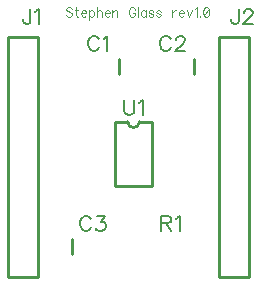
<source format=gto>
G04 DipTrace 3.1.0.1*
G04 HelloWorld1.gto*
%MOIN*%
G04 #@! TF.FileFunction,Legend,Top*
G04 #@! TF.Part,Single*
%ADD10C,0.009843*%
%ADD33C,0.00772*%
%ADD34C,0.004632*%
%FSLAX26Y26*%
G04*
G70*
G90*
G75*
G01*
G04 TopSilk*
%LPD*%
X795084Y1169571D2*
D10*
Y1118429D1*
X1045084Y1169571D2*
Y1118429D1*
X637562Y518429D2*
Y569571D1*
X524002Y1243963D2*
X424000D1*
Y444037D1*
X524002D1*
Y1243963D1*
X1228923D2*
X1128921D1*
Y444037D1*
X1228923D1*
Y1243963D1*
X780113Y960733D2*
Y748133D1*
X906084Y960733D2*
Y748133D1*
X780113D2*
X906084D1*
X780113Y960733D2*
X823410D1*
X862787D2*
X906084D1*
X823410D2*
G03X862787Y960733I19689J23D01*
G01*
X728426Y1234812D2*
D33*
X726049Y1239566D1*
X721241Y1244374D1*
X716488Y1246751D1*
X706926D1*
X702118Y1244374D1*
X697364Y1239566D1*
X694933Y1234812D1*
X692556Y1227627D1*
Y1215634D1*
X694933Y1208504D1*
X697364Y1203696D1*
X702118Y1198942D1*
X706926Y1196511D1*
X716488D1*
X721241Y1198942D1*
X726049Y1203696D1*
X728426Y1208504D1*
X743865Y1237134D2*
X748674Y1239566D1*
X755859Y1246695D1*
Y1196511D1*
X967676Y1234812D2*
X965299Y1239566D1*
X960491Y1244374D1*
X955738Y1246751D1*
X946176D1*
X941368Y1244374D1*
X936615Y1239566D1*
X934183Y1234812D1*
X931806Y1227627D1*
Y1215634D1*
X934183Y1208504D1*
X936615Y1203696D1*
X941368Y1198942D1*
X946176Y1196511D1*
X955738D1*
X960491Y1198942D1*
X965299Y1203696D1*
X967676Y1208504D1*
X985547Y1234757D2*
Y1237134D1*
X987924Y1241942D1*
X990300Y1244319D1*
X995109Y1246695D1*
X1004670D1*
X1009424Y1244319D1*
X1011800Y1241942D1*
X1014232Y1237134D1*
Y1232381D1*
X1011800Y1227572D1*
X1007047Y1220442D1*
X983115Y1196511D1*
X1016609D1*
X701907Y634812D2*
X699530Y639566D1*
X694722Y644374D1*
X689969Y646751D1*
X680407D1*
X675599Y644374D1*
X670846Y639566D1*
X668414Y634812D1*
X666037Y627627D1*
Y615634D1*
X668414Y608504D1*
X670846Y603696D1*
X675599Y598942D1*
X680407Y596511D1*
X689969D1*
X694722Y598942D1*
X699530Y603696D1*
X701907Y608504D1*
X722155Y646695D2*
X748408D1*
X734093Y627572D1*
X741278D1*
X746031Y625196D1*
X748408Y622819D1*
X750840Y615634D1*
Y610881D1*
X748408Y603696D1*
X743655Y598887D1*
X736469Y596511D1*
X729284D1*
X722155Y598887D1*
X719778Y601319D1*
X717346Y606072D1*
X499710Y1336121D2*
Y1297874D1*
X497334Y1290689D1*
X494902Y1288313D1*
X490148Y1285881D1*
X485340D1*
X480587Y1288313D1*
X478210Y1290689D1*
X475778Y1297874D1*
Y1302627D1*
X515149Y1326504D2*
X519958Y1328936D1*
X527143Y1336065D1*
Y1285881D1*
X1193881Y1336121D2*
Y1297874D1*
X1191505Y1290689D1*
X1189073Y1288313D1*
X1184320Y1285881D1*
X1179511D1*
X1174758Y1288313D1*
X1172382Y1290689D1*
X1169950Y1297874D1*
Y1302627D1*
X1211753Y1324127D2*
Y1326504D1*
X1214129Y1331312D1*
X1216506Y1333689D1*
X1221314Y1336065D1*
X1230876D1*
X1235629Y1333689D1*
X1238006Y1331312D1*
X1240437Y1326504D1*
Y1321751D1*
X1238006Y1316942D1*
X1233252Y1309812D1*
X1209321Y1285881D1*
X1242814D1*
X935860Y622819D2*
X957360D1*
X964545Y625251D1*
X966977Y627627D1*
X969353Y632381D1*
Y637189D1*
X966977Y641942D1*
X964545Y644374D1*
X957360Y646751D1*
X935860D1*
Y596511D1*
X952606Y622819D2*
X969353Y596511D1*
X984792Y637134D2*
X989601Y639566D1*
X996786Y646695D1*
Y596511D1*
X812635Y1033956D2*
Y998086D1*
X815012Y990901D1*
X819820Y986148D1*
X827005Y983716D1*
X831759D1*
X838944Y986148D1*
X843752Y990901D1*
X846129Y998086D1*
Y1033956D1*
X861568Y1024339D2*
X866376Y1026771D1*
X873561Y1033901D1*
Y983716D1*
X638693Y1337233D2*
D34*
X635841Y1340118D1*
X631530Y1341544D1*
X625793D1*
X621482Y1340118D1*
X618597Y1337233D1*
Y1334381D1*
X620056Y1331496D1*
X621482Y1330070D1*
X624334Y1328644D1*
X632956Y1325759D1*
X635841Y1324333D1*
X637267Y1322874D1*
X638693Y1320022D1*
Y1315711D1*
X635841Y1312859D1*
X631530Y1311400D1*
X625793D1*
X621482Y1312859D1*
X618597Y1315711D1*
X652267Y1341544D2*
Y1317137D1*
X653693Y1312859D1*
X656578Y1311400D1*
X659430D1*
X647956Y1331496D2*
X658004D1*
X668694Y1322874D2*
X685905D1*
Y1325759D1*
X684479Y1328644D1*
X683053Y1330070D1*
X680168Y1331496D1*
X675857D1*
X673005Y1330070D1*
X670120Y1327185D1*
X668694Y1322874D1*
Y1320022D1*
X670120Y1315711D1*
X673005Y1312859D1*
X675857Y1311400D1*
X680168D1*
X683053Y1312859D1*
X685905Y1315711D1*
X695168Y1331496D2*
Y1301352D1*
Y1327185D2*
X698053Y1330037D1*
X700905Y1331496D1*
X705216D1*
X708101Y1330037D1*
X710953Y1327185D1*
X712412Y1322874D1*
Y1319989D1*
X710953Y1315711D1*
X708101Y1312826D1*
X705216Y1311400D1*
X700905D1*
X698053Y1312826D1*
X695168Y1315711D1*
X721676Y1341544D2*
Y1311400D1*
Y1325759D2*
X725987Y1330070D1*
X728872Y1331496D1*
X733183D1*
X736035Y1330070D1*
X737461Y1325759D1*
Y1311400D1*
X746724Y1322874D2*
X763935D1*
Y1325759D1*
X762509Y1328644D1*
X761083Y1330070D1*
X758198Y1331496D1*
X753887D1*
X751035Y1330070D1*
X748150Y1327185D1*
X746724Y1322874D1*
Y1320022D1*
X748150Y1315711D1*
X751035Y1312859D1*
X753887Y1311400D1*
X758198D1*
X761083Y1312859D1*
X763935Y1315711D1*
X773199Y1331496D2*
Y1311400D1*
Y1325759D2*
X777510Y1330070D1*
X780395Y1331496D1*
X784673D1*
X787558Y1330070D1*
X788984Y1325759D1*
Y1311400D1*
X848930Y1334381D2*
X847504Y1337233D1*
X844619Y1340118D1*
X841767Y1341544D1*
X836030D1*
X833145Y1340118D1*
X830293Y1337233D1*
X828834Y1334381D1*
X827408Y1330070D1*
Y1322874D1*
X828834Y1318596D1*
X830293Y1315711D1*
X833145Y1312859D1*
X836030Y1311400D1*
X841767D1*
X844619Y1312859D1*
X847504Y1315711D1*
X848930Y1318596D1*
Y1322874D1*
X841767D1*
X858194Y1341544D2*
Y1311400D1*
X884668Y1331496D2*
Y1311400D1*
Y1327185D2*
X881816Y1330070D1*
X878931Y1331496D1*
X874653D1*
X871768Y1330070D1*
X868916Y1327185D1*
X867457Y1322874D1*
Y1320022D1*
X868916Y1315711D1*
X871768Y1312859D1*
X874653Y1311400D1*
X878931D1*
X881816Y1312859D1*
X884668Y1315711D1*
X909717Y1327185D2*
X908291Y1330070D1*
X903980Y1331496D1*
X899669D1*
X895358Y1330070D1*
X893932Y1327185D1*
X895358Y1324333D1*
X898243Y1322874D1*
X905406Y1321448D1*
X908291Y1320022D1*
X909717Y1317137D1*
Y1315711D1*
X908291Y1312859D1*
X903980Y1311400D1*
X899669D1*
X895358Y1312859D1*
X893932Y1315711D1*
X934765Y1327185D2*
X933339Y1330070D1*
X929028Y1331496D1*
X924717D1*
X920406Y1330070D1*
X918980Y1327185D1*
X920406Y1324333D1*
X923291Y1322874D1*
X930454Y1321448D1*
X933339Y1320022D1*
X934765Y1317137D1*
Y1315711D1*
X933339Y1312859D1*
X929028Y1311400D1*
X924717D1*
X920406Y1312859D1*
X918980Y1315711D1*
X973189Y1331496D2*
Y1311400D1*
Y1322874D2*
X974648Y1327185D1*
X977500Y1330070D1*
X980385Y1331496D1*
X984696D1*
X993960Y1322874D2*
X1011171D1*
Y1325759D1*
X1009745Y1328644D1*
X1008319Y1330070D1*
X1005434Y1331496D1*
X1001123D1*
X998271Y1330070D1*
X995386Y1327185D1*
X993960Y1322874D1*
Y1320022D1*
X995386Y1315711D1*
X998271Y1312859D1*
X1001123Y1311400D1*
X1005434D1*
X1008319Y1312859D1*
X1011171Y1315711D1*
X1020434Y1331496D2*
X1029056Y1311400D1*
X1037645Y1331496D1*
X1046909Y1335774D2*
X1049794Y1337233D1*
X1054105Y1341511D1*
Y1311400D1*
X1064794Y1314285D2*
X1063368Y1312826D1*
X1064794Y1311400D1*
X1066254Y1312826D1*
X1064794Y1314285D1*
X1084139Y1341511D2*
X1079828Y1340085D1*
X1076943Y1335774D1*
X1075517Y1328611D1*
Y1324300D1*
X1076943Y1317137D1*
X1079828Y1312826D1*
X1084139Y1311400D1*
X1086991D1*
X1091302Y1312826D1*
X1094154Y1317137D1*
X1095613Y1324300D1*
Y1328611D1*
X1094154Y1335774D1*
X1091302Y1340085D1*
X1086991Y1341511D1*
X1084139D1*
X1094154Y1335774D2*
X1076943Y1317137D1*
M02*

</source>
